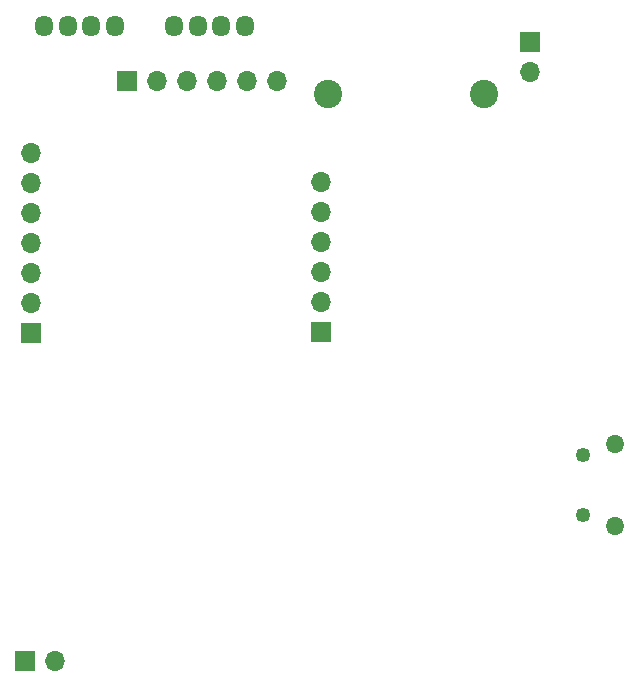
<source format=gbs>
G04 #@! TF.GenerationSoftware,KiCad,Pcbnew,(5.1.2)-1*
G04 #@! TF.CreationDate,2023-10-16T21:57:53+09:00*
G04 #@! TF.ProjectId,projectionball,70726f6a-6563-4746-996f-6e62616c6c2e,7.4*
G04 #@! TF.SameCoordinates,Original*
G04 #@! TF.FileFunction,Soldermask,Bot*
G04 #@! TF.FilePolarity,Negative*
%FSLAX46Y46*%
G04 Gerber Fmt 4.6, Leading zero omitted, Abs format (unit mm)*
G04 Created by KiCad (PCBNEW (5.1.2)-1) date 2023-10-16 21:57:53*
%MOMM*%
%LPD*%
G04 APERTURE LIST*
%ADD10O,1.700000X1.700000*%
%ADD11R,1.700000X1.700000*%
%ADD12O,1.524000X1.800000*%
%ADD13C,2.400000*%
%ADD14O,1.250000X1.250000*%
%ADD15O,1.550000X1.550000*%
G04 APERTURE END LIST*
D10*
X143500000Y-97300000D03*
X143500000Y-99840000D03*
X143500000Y-102380000D03*
X143500000Y-104920000D03*
X143500000Y-107460000D03*
D11*
X143500000Y-110000000D03*
D12*
X126100000Y-84100000D03*
X124100000Y-84100000D03*
X122100000Y-84100000D03*
X120100000Y-84100000D03*
X137100000Y-84100000D03*
X135100000Y-84100000D03*
X133100000Y-84100000D03*
X131100000Y-84100000D03*
D10*
X161200000Y-88000000D03*
D11*
X161200000Y-85460000D03*
D10*
X119000000Y-94860000D03*
X119000000Y-97400000D03*
X119000000Y-99940000D03*
X119000000Y-102480000D03*
X119000000Y-105020000D03*
X119000000Y-107560000D03*
D11*
X119000000Y-110100000D03*
D13*
X144100000Y-89800000D03*
X157300000Y-89800000D03*
D11*
X127080000Y-88700000D03*
D10*
X129620000Y-88700000D03*
X132160000Y-88700000D03*
X134700000Y-88700000D03*
X137240000Y-88700000D03*
X139780000Y-88700000D03*
D14*
X165702000Y-120436000D03*
X165702000Y-125436000D03*
D15*
X168402000Y-119436000D03*
X168402000Y-126436000D03*
D10*
X121040000Y-137800000D03*
D11*
X118500000Y-137800000D03*
M02*

</source>
